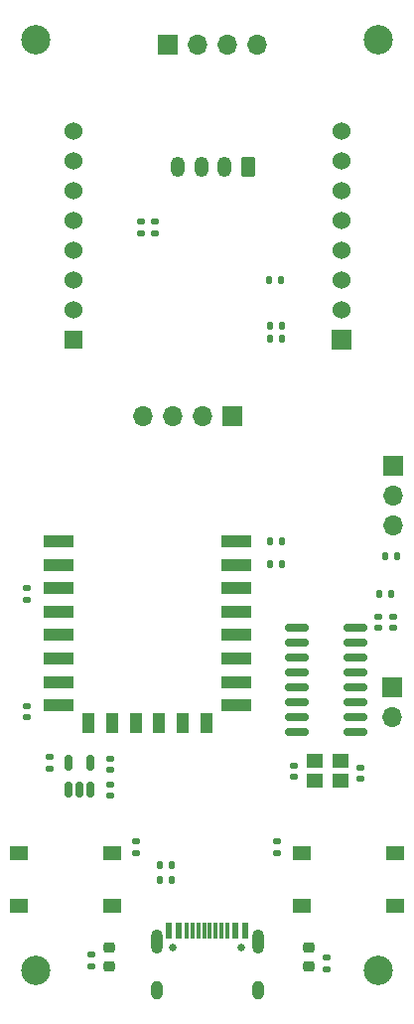
<source format=gbr>
%TF.GenerationSoftware,KiCad,Pcbnew,(6.0.1)*%
%TF.CreationDate,2022-08-04T18:09:42+02:00*%
%TF.ProjectId,Ganimede_Esp8266,47616e69-6d65-4646-955f-457370383236,rev?*%
%TF.SameCoordinates,Original*%
%TF.FileFunction,Soldermask,Top*%
%TF.FilePolarity,Negative*%
%FSLAX46Y46*%
G04 Gerber Fmt 4.6, Leading zero omitted, Abs format (unit mm)*
G04 Created by KiCad (PCBNEW (6.0.1)) date 2022-08-04 18:09:42*
%MOMM*%
%LPD*%
G01*
G04 APERTURE LIST*
G04 Aperture macros list*
%AMRoundRect*
0 Rectangle with rounded corners*
0 $1 Rounding radius*
0 $2 $3 $4 $5 $6 $7 $8 $9 X,Y pos of 4 corners*
0 Add a 4 corners polygon primitive as box body*
4,1,4,$2,$3,$4,$5,$6,$7,$8,$9,$2,$3,0*
0 Add four circle primitives for the rounded corners*
1,1,$1+$1,$2,$3*
1,1,$1+$1,$4,$5*
1,1,$1+$1,$6,$7*
1,1,$1+$1,$8,$9*
0 Add four rect primitives between the rounded corners*
20,1,$1+$1,$2,$3,$4,$5,0*
20,1,$1+$1,$4,$5,$6,$7,0*
20,1,$1+$1,$6,$7,$8,$9,0*
20,1,$1+$1,$8,$9,$2,$3,0*%
G04 Aperture macros list end*
%ADD10RoundRect,0.140000X0.170000X-0.140000X0.170000X0.140000X-0.170000X0.140000X-0.170000X-0.140000X0*%
%ADD11R,1.700000X1.700000*%
%ADD12O,1.700000X1.700000*%
%ADD13RoundRect,0.135000X0.185000X-0.135000X0.185000X0.135000X-0.185000X0.135000X-0.185000X-0.135000X0*%
%ADD14RoundRect,0.140000X-0.170000X0.140000X-0.170000X-0.140000X0.170000X-0.140000X0.170000X0.140000X0*%
%ADD15RoundRect,0.135000X-0.135000X-0.185000X0.135000X-0.185000X0.135000X0.185000X-0.135000X0.185000X0*%
%ADD16RoundRect,0.150000X0.150000X-0.512500X0.150000X0.512500X-0.150000X0.512500X-0.150000X-0.512500X0*%
%ADD17C,2.500000*%
%ADD18RoundRect,0.135000X0.135000X0.185000X-0.135000X0.185000X-0.135000X-0.185000X0.135000X-0.185000X0*%
%ADD19RoundRect,0.150000X-0.825000X-0.150000X0.825000X-0.150000X0.825000X0.150000X-0.825000X0.150000X0*%
%ADD20C,0.650000*%
%ADD21R,0.600000X1.450000*%
%ADD22R,0.300000X1.450000*%
%ADD23O,1.000000X2.100000*%
%ADD24O,1.000000X1.600000*%
%ADD25RoundRect,0.135000X-0.185000X0.135000X-0.185000X-0.135000X0.185000X-0.135000X0.185000X0.135000X0*%
%ADD26RoundRect,0.250000X0.350000X0.625000X-0.350000X0.625000X-0.350000X-0.625000X0.350000X-0.625000X0*%
%ADD27O,1.200000X1.750000*%
%ADD28R,1.676400X1.676400*%
%ADD29C,1.524000*%
%ADD30R,1.524000X1.524000*%
%ADD31R,1.400000X1.200000*%
%ADD32R,1.550000X1.300000*%
%ADD33RoundRect,0.218750X0.256250X-0.218750X0.256250X0.218750X-0.256250X0.218750X-0.256250X-0.218750X0*%
%ADD34R,2.500000X1.000000*%
%ADD35R,1.000000X1.800000*%
%ADD36RoundRect,0.140000X-0.140000X-0.170000X0.140000X-0.170000X0.140000X0.170000X-0.140000X0.170000X0*%
G04 APERTURE END LIST*
D10*
%TO.C,C7*%
X160629600Y-99692400D03*
X160629600Y-98732400D03*
%TD*%
D11*
%TO.C,CN5*%
X160578800Y-104749600D03*
D12*
X160578800Y-107289600D03*
%TD*%
D13*
%TO.C,R3*%
X139115800Y-66094800D03*
X139115800Y-65074800D03*
%TD*%
D14*
%TO.C,C1*%
X129438400Y-106352400D03*
X129438400Y-107312400D03*
%TD*%
D15*
%TO.C,R8*%
X150162800Y-73914000D03*
X151182800Y-73914000D03*
%TD*%
D14*
%TO.C,C2*%
X136525000Y-113058000D03*
X136525000Y-114018000D03*
%TD*%
D16*
%TO.C,U2*%
X132958800Y-113507100D03*
X133908800Y-113507100D03*
X134858800Y-113507100D03*
X134858800Y-111232100D03*
X132958800Y-111232100D03*
%TD*%
D17*
%TO.C,REF\u002A\u002A*%
X159385000Y-128905000D03*
%TD*%
D18*
%TO.C,R6*%
X151081200Y-70053200D03*
X150061200Y-70053200D03*
%TD*%
D19*
%TO.C,U3*%
X152465000Y-99695000D03*
X152465000Y-100965000D03*
X152465000Y-102235000D03*
X152465000Y-103505000D03*
X152465000Y-104775000D03*
X152465000Y-106045000D03*
X152465000Y-107315000D03*
X152465000Y-108585000D03*
X157415000Y-108585000D03*
X157415000Y-107315000D03*
X157415000Y-106045000D03*
X157415000Y-104775000D03*
X157415000Y-103505000D03*
X157415000Y-102235000D03*
X157415000Y-100965000D03*
X157415000Y-99695000D03*
%TD*%
D20*
%TO.C,CN1*%
X141890000Y-126940000D03*
X147670000Y-126940000D03*
D21*
X141530000Y-125495000D03*
X142330000Y-125495000D03*
D22*
X143530000Y-125495000D03*
X144530000Y-125495000D03*
X145030000Y-125495000D03*
X146030000Y-125495000D03*
D21*
X147230000Y-125495000D03*
X148030000Y-125495000D03*
X148030000Y-125495000D03*
X147230000Y-125495000D03*
D22*
X146530000Y-125495000D03*
X145530000Y-125495000D03*
X144030000Y-125495000D03*
X143030000Y-125495000D03*
D21*
X142330000Y-125495000D03*
X141530000Y-125495000D03*
D23*
X140460000Y-126410000D03*
X149100000Y-126410000D03*
D24*
X140460000Y-130590000D03*
X149100000Y-130590000D03*
%TD*%
D17*
%TO.C,REF\u002A\u002A*%
X159385000Y-49530000D03*
%TD*%
D25*
%TO.C,R12*%
X150774400Y-117904800D03*
X150774400Y-118924800D03*
%TD*%
D13*
%TO.C,R14*%
X154940000Y-128780000D03*
X154940000Y-127760000D03*
%TD*%
D18*
%TO.C,R2*%
X141734000Y-121158000D03*
X140714000Y-121158000D03*
%TD*%
D13*
%TO.C,R4*%
X140335000Y-66094800D03*
X140335000Y-65074800D03*
%TD*%
D26*
%TO.C,CN3*%
X148288000Y-60362000D03*
D27*
X146288000Y-60362000D03*
X144288000Y-60362000D03*
X142288000Y-60362000D03*
%TD*%
D28*
%TO.C,CN2*%
X156210000Y-75120500D03*
D29*
X156210000Y-72580500D03*
X156210000Y-70040500D03*
X156210000Y-67500500D03*
X156210000Y-64960500D03*
X156210000Y-62420500D03*
X156210000Y-59880500D03*
X156210000Y-57340500D03*
X133350000Y-57340500D03*
X133350000Y-59880500D03*
X133350000Y-62420500D03*
X133350000Y-64960500D03*
X133350000Y-67500500D03*
X133350000Y-70040500D03*
X133350000Y-72580500D03*
D30*
X133350000Y-75120500D03*
%TD*%
D17*
%TO.C,REF\u002A\u002A*%
X130175000Y-49530000D03*
%TD*%
D31*
%TO.C,Y1*%
X153941600Y-112762400D03*
X156141600Y-112762400D03*
X156141600Y-111062400D03*
X153941600Y-111062400D03*
%TD*%
D10*
%TO.C,C8*%
X159410400Y-99692400D03*
X159410400Y-98732400D03*
%TD*%
D11*
%TO.C,CN7*%
X141437200Y-49987200D03*
D12*
X143977200Y-49987200D03*
X146517200Y-49987200D03*
X149057200Y-49987200D03*
%TD*%
D10*
%TO.C,C5*%
X152146000Y-112392400D03*
X152146000Y-111432400D03*
%TD*%
D14*
%TO.C,C6*%
X157835600Y-111584800D03*
X157835600Y-112544800D03*
%TD*%
D18*
%TO.C,R11*%
X151132000Y-92303600D03*
X150112000Y-92303600D03*
%TD*%
D32*
%TO.C,SW1*%
X152870000Y-123408000D03*
X160820000Y-123408000D03*
X160820000Y-118908000D03*
X152870000Y-118908000D03*
%TD*%
D25*
%TO.C,R13*%
X138684000Y-117854000D03*
X138684000Y-118874000D03*
%TD*%
D33*
%TO.C,LD2*%
X153416000Y-128549500D03*
X153416000Y-126974500D03*
%TD*%
D13*
%TO.C,R5*%
X129438400Y-97334800D03*
X129438400Y-96314800D03*
%TD*%
%TO.C,R9*%
X134874000Y-128526000D03*
X134874000Y-127506000D03*
%TD*%
D32*
%TO.C,SW2*%
X136690000Y-123408000D03*
X128740000Y-123408000D03*
X136690000Y-118908000D03*
X128740000Y-118908000D03*
%TD*%
D34*
%TO.C,U1*%
X132100000Y-92316000D03*
X132100000Y-94316000D03*
X132100000Y-96316000D03*
X132100000Y-98316000D03*
X132100000Y-100316000D03*
X132100000Y-102316000D03*
X132100000Y-104316000D03*
X132100000Y-106316000D03*
D35*
X134700000Y-107816000D03*
X136700000Y-107816000D03*
X138700000Y-107816000D03*
X140700000Y-107816000D03*
X142700000Y-107816000D03*
X144700000Y-107816000D03*
D34*
X147300000Y-106316000D03*
X147300000Y-104316000D03*
X147300000Y-102316000D03*
X147300000Y-100316000D03*
X147300000Y-98316000D03*
X147300000Y-96316000D03*
X147300000Y-94316000D03*
X147300000Y-92316000D03*
%TD*%
D14*
%TO.C,C4*%
X131368800Y-110721200D03*
X131368800Y-111681200D03*
%TD*%
%TO.C,C3*%
X136550400Y-110873600D03*
X136550400Y-111833600D03*
%TD*%
D18*
%TO.C,R7*%
X151182800Y-75082400D03*
X150162800Y-75082400D03*
%TD*%
D17*
%TO.C,REF\u002A\u002A*%
X130175000Y-128905000D03*
%TD*%
D33*
%TO.C,LD1*%
X136398000Y-128549500D03*
X136398000Y-126974500D03*
%TD*%
D11*
%TO.C,CN4*%
X160629600Y-85917800D03*
D12*
X160629600Y-88457800D03*
X160629600Y-90997800D03*
%TD*%
D18*
%TO.C,R15*%
X160961800Y-93573600D03*
X159941800Y-93573600D03*
%TD*%
D11*
%TO.C,CN6*%
X146954400Y-81635600D03*
D12*
X144414400Y-81635600D03*
X141874400Y-81635600D03*
X139334400Y-81635600D03*
%TD*%
D18*
%TO.C,R1*%
X141734000Y-119888000D03*
X140714000Y-119888000D03*
%TD*%
%TO.C,R10*%
X151132000Y-94284800D03*
X150112000Y-94284800D03*
%TD*%
D36*
%TO.C,C9*%
X159489200Y-96774000D03*
X160449200Y-96774000D03*
%TD*%
M02*

</source>
